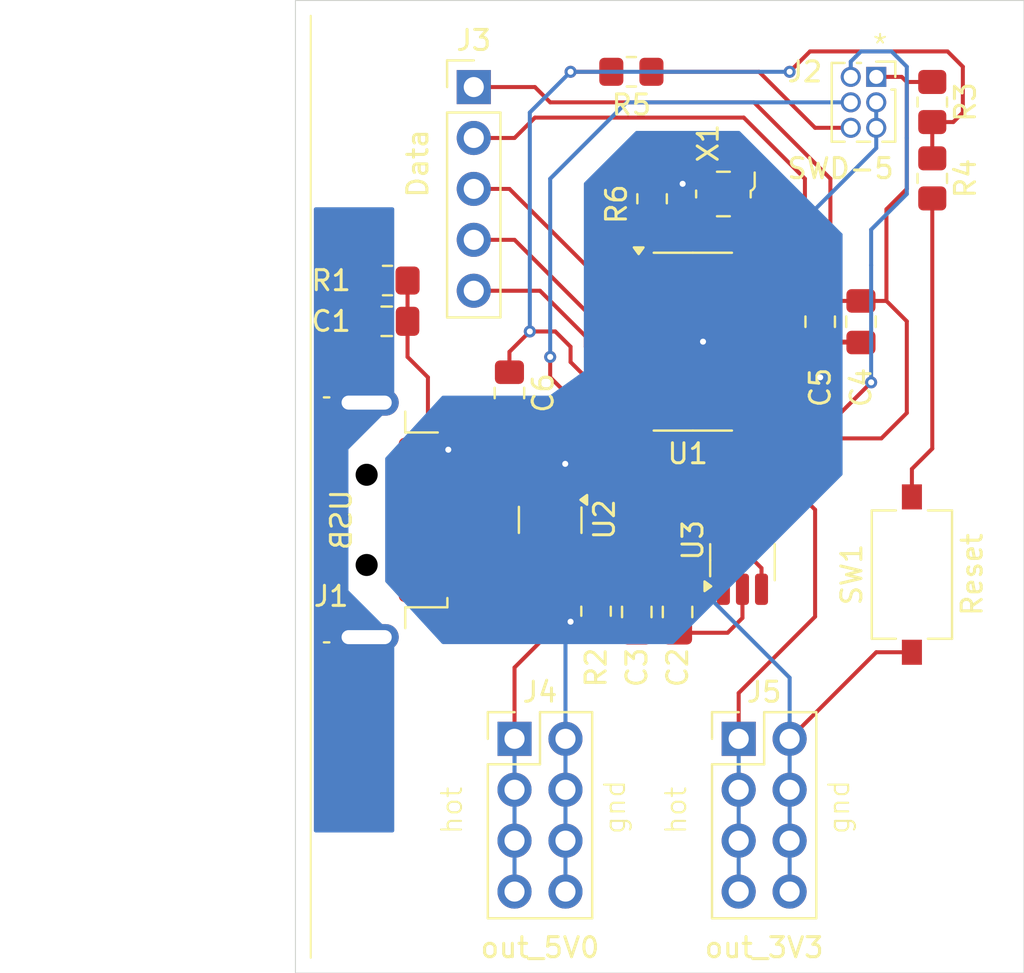
<source format=kicad_pcb>
(kicad_pcb (version 20240108) (generator "pcbnew") (generator_version "8.0")
  (layers (0 "F.Cu" signal) (31 "B.Cu" signal) (34 "B.Paste" user) (35 "F.Paste" user) (36 "B.SilkS" user "B.Silkscreen") (37 "F.SilkS" user "F.Silkscreen") (38 "B.Mask" user) (39 "F.Mask" user) (44 "Edge.Cuts" user))
  (net 0 "")
  (net 1 "/Shield")
  (net 2 "GND")
  (net 3 "5V0")
  (net 4 "3V3")
  (net 5 "/RST")
  (net 6 "Net-(R4-Pad2)")
  (net 7 "Net-(J2-Pin_6)")
  (net 9 "/USB-M")
  (net 10 "/USB-P")
  (net 11 "Net-(J3-Pin_1)")
  (net 12 "Net-(J3-Pin_5)")
  (net 13 "Net-(J3-Pin_2)")
  (net 14 "/SWCLK")
  (net 15 "Net-(J3-Pin_4)")
  (net 16 "/SWDIO")
  (net 17 "/CLK")
  (net 18 "Net-(J3-Pin_3)")
  (net 19 "/CLK-EN")
  (footprint "Resistor_SMD:R_0805_2012Metric_Pad1.20x1.40mm_HandSolder" (layer "F.Cu") (at 99.552 60.96 180)
    (property "Reference" "R5" (at 0 -1.65 180) (layer "F.SilkS"))
    (property "Value" "39")
    (fp_line (start -0.227064 0.735) (end 0.227064 0.735) (stroke (width 0.12)) (layer "F.SilkS"))
    (fp_line (start -0.227064 -0.735) (end 0.227064 -0.735) (stroke (width 0.12)) (layer "F.SilkS"))
    (pad "1" smd roundrect (at -1 0 180) (size 1.2 1.4) (layers "F.Cu" "F.Paste" "F.Mask") (roundrect_rratio 0.208333) (net 7 "Net-(J2-Pin_6)"))
    (pad "2" smd roundrect (at 1 0 180) (size 1.2 1.4) (layers "F.Cu" "F.Paste" "F.Mask") (roundrect_rratio 0.208333) (net 5 "/RST"))
  )
  (footprint "Connector_USB:USB_A_Molex_48037-2200_Horizontal" (layer "F.Cu") (at 77.978 83.312 180)
    (property "Reference" "J1" (at -6.604 -3.81 180) (layer "F.SilkS"))
    (property "Value" "USB_A")
    (fp_line (start -6.515 6.11) (end -6.245 6.11) (stroke (width 0.12)) (layer "F.SilkS"))
    (fp_line (start -6.515 -6.11) (end -6.245 -6.11) (stroke (width 0.12)) (layer "F.SilkS"))
    (fp_line (start -10.3 4.36) (end -10.3 5.4) (stroke (width 0.12)) (layer "F.SilkS"))
    (fp_line (start -10.3 -5.4) (end -10.3 -4.36) (stroke (width 0.12)) (layer "F.SilkS"))
    (fp_line (start -11.92 4.36) (end -10.3 4.36) (stroke (width 0.12)) (layer "F.SilkS"))
    (fp_line (start -12.4 -4.36) (end -10.3 -4.36) (stroke (width 0.12)) (layer "F.SilkS"))
    (fp_line (start -12.4 -4.36) (end -12.4 -3.9) (stroke (width 0.12)) (layer "F.SilkS"))
    (pad "" np_thru_hole circle (at -8.375 -2.25 180) (size 1.1 1.1) (drill 1.1) (layers "*.Mask"))
    (pad "" np_thru_hole circle (at -8.375 2.25 180) (size 1.1 1.1) (drill 1.1) (layers "*.Mask"))
    (pad "1" smd roundrect (at -10.975 -3.5 180) (size 2 1.2) (layers "F.Cu" "F.Paste" "F.Mask") (net 3 "5V0"))
    (pad "2" smd roundrect (at -10.975 -1 180) (size 2 1.2) (layers "F.Cu" "F.Paste" "F.Mask") (net 9 "/USB-M"))
    (pad "3" smd roundrect (at -10.975 1 180) (size 2 1.2) (layers "F.Cu" "F.Paste" "F.Mask") (net 10 "/USB-P"))
    (pad "4" smd roundrect (at -10.975 3.5 180) (size 2 1.2) (layers "F.Cu" "F.Paste" "F.Mask") (net 2 "GND"))
    (pad "5" thru_hole oval (at -8.375 -5.85 180) (size 3.2 1.3) (drill oval 2.5 0.7) (layers "*.Cu" "*.Mask") (net 1 "/Shield"))
    (pad "5" thru_hole oval (at -8.375 5.85 180) (size 3.2 1.3) (drill oval 2.5 0.7) (layers "*.Cu" "*.Mask") (net 1 "/Shield"))
  )
  (footprint "Connector_PinHeader_2.54mm:PinHeader_2x04_P2.54mm_Vertical" (layer "F.Cu") (at 93.726 94.234)
    (property "Reference" "J4" (at 1.27 -2.33 0) (layer "F.SilkS"))
    (property "Value" "out_5V0" (at 1.27 10.414 0) (layer "F.SilkS"))
    (fp_line (start -1.33 -1.33) (end 0 -1.33) (stroke (width 0.12)) (layer "F.SilkS"))
    (fp_line (start -1.33 0) (end -1.33 -1.33) (stroke (width 0.12)) (layer "F.SilkS"))
    (fp_line (start -1.33 1.27) (end -1.33 8.95) (stroke (width 0.12)) (layer "F.SilkS"))
    (fp_line (start -1.33 1.27) (end 1.27 1.27) (stroke (width 0.12)) (layer "F.SilkS"))
    (fp_line (start -1.33 8.95) (end 3.87 8.95) (stroke (width 0.12)) (layer "F.SilkS"))
    (fp_line (start 1.27 -1.33) (end 3.87 -1.33) (stroke (width 0.12)) (layer "F.SilkS"))
    (fp_line (start 1.27 1.27) (end 1.27 -1.33) (stroke (width 0.12)) (layer "F.SilkS"))
    (fp_line (start 3.87 -1.33) (end 3.87 8.95) (stroke (width 0.12)) (layer "F.SilkS"))
    (pad "1" thru_hole rect (at 0 0) (size 1.7 1.7) (drill 1) (layers "*.Cu" "*.Mask") (net 3 "5V0"))
    (pad "2" thru_hole oval (at 2.54 0) (size 1.7 1.7) (drill 1) (layers "*.Cu" "*.Mask") (net 2 "GND"))
    (pad "3" thru_hole oval (at 0 2.54) (size 1.7 1.7) (drill 1) (layers "*.Cu" "*.Mask") (net 3 "5V0"))
    (pad "4" thru_hole oval (at 2.54 2.54) (size 1.7 1.7) (drill 1) (layers "*.Cu" "*.Mask") (net 2 "GND"))
    (pad "5" thru_hole oval (at 0 5.08) (size 1.7 1.7) (drill 1) (layers "*.Cu" "*.Mask") (net 3 "5V0"))
    (pad "6" thru_hole oval (at 2.54 5.08) (size 1.7 1.7) (drill 1) (layers "*.Cu" "*.Mask") (net 2 "GND"))
    (pad "7" thru_hole oval (at 0 7.62) (size 1.7 1.7) (drill 1) (layers "*.Cu" "*.Mask") (net 3 "5V0"))
    (pad "8" thru_hole oval (at 2.54 7.62) (size 1.7 1.7) (drill 1) (layers "*.Cu" "*.Mask") (net 2 "GND"))
  )
  (footprint "Capacitor_SMD:C_0805_2012Metric_Pad1.18x1.45mm_HandSolder" (layer "F.Cu") (at 99.822 87.9055 -90)
    (property "Reference" "C3" (at 2.7725 0 90) (layer "F.SilkS"))
    (property "Value" "4.7u")
    (fp_line (start -0.261252 0.735) (end 0.261252 0.735) (stroke (width 0.12)) (layer "F.SilkS"))
    (fp_line (start -0.261252 -0.735) (end 0.261252 -0.735) (stroke (width 0.12)) (layer "F.SilkS"))
    (pad "1" smd roundrect (at -1.0375 0 270) (size 1.175 1.45) (layers "F.Cu" "F.Paste" "F.Mask") (roundrect_rratio 0.212766) (net 3 "5V0"))
    (pad "2" smd roundrect (at 1.0375 0 270) (size 1.175 1.45) (layers "F.Cu" "F.Paste" "F.Mask") (roundrect_rratio 0.212766) (net 2 "GND"))
  )
  (footprint "Resistor_SMD:R_0805_2012Metric_Pad1.20x1.40mm_HandSolder" (layer "F.Cu") (at 87.392 71.374)
    (property "Reference" "R1" (at -2.81 0 0) (layer "F.SilkS"))
    (property "Value" "1M")
    (fp_line (start -0.227064 -0.735) (end 0.227064 -0.735) (stroke (width 0.12)) (layer "F.SilkS"))
    (fp_line (start -0.227064 0.735) (end 0.227064 0.735) (stroke (width 0.12)) (layer "F.SilkS"))
    (pad "1" smd roundrect (at -1 0) (size 1.2 1.4) (layers "F.Cu" "F.Paste" "F.Mask") (roundrect_rratio 0.208333) (net 1 "/Shield"))
    (pad "2" smd roundrect (at 1 0) (size 1.2 1.4) (layers "F.Cu" "F.Paste" "F.Mask") (roundrect_rratio 0.208333) (net 2 "GND"))
  )
  (footprint "Button_Switch_SMD:SW_Tactile_SPST_NO_Straight_CK_PTS636Sx25SMTRLFS" (layer "F.Cu") (at 113.538 86.041 90)
    (property "Reference" "SW1" (at 0 -3 90) (layer "F.SilkS"))
    (property "Value" "Reset" (at 0 3 90) (layer "F.SilkS"))
    (fp_line (start 3.2 -2) (end -3.2 -2) (stroke (width 0.12)) (layer "F.SilkS"))
    (fp_line (start -3.2 -2) (end -3.2 -0.8) (stroke (width 0.12)) (layer "F.SilkS"))
    (fp_line (start 3.2 -0.8) (end 3.2 -2) (stroke (width 0.12)) (layer "F.SilkS"))
    (fp_line (start -3.2 0.8) (end -3.2 2) (stroke (width 0.12)) (layer "F.SilkS"))
    (fp_line (start 3.2 2) (end 3.2 0.8) (stroke (width 0.12)) (layer "F.SilkS"))
    (fp_line (start -3.2 2) (end 3.2 2) (stroke (width 0.12)) (layer "F.SilkS"))
    (pad "1" smd rect (at -3.875 0 90) (size 1.25 1) (layers "F.Cu" "F.Paste" "F.Mask") (net 2 "GND"))
    (pad "2" smd rect (at 3.875 0 90) (size 1.25 1) (layers "F.Cu" "F.Paste" "F.Mask") (net 6 "Net-(R4-Pad2)"))
  )
  (footprint "Capacitor_SMD:C_0805_2012Metric_Pad1.18x1.45mm_HandSolder" (layer "F.Cu") (at 110.998 73.4275 -90)
    (property "Reference" "C4" (at 3.2805 0 90) (layer "F.SilkS"))
    (property "Value" "4.7u")
    (fp_line (start -0.261252 0.735) (end 0.261252 0.735) (stroke (width 0.12)) (layer "F.SilkS"))
    (fp_line (start -0.261252 -0.735) (end 0.261252 -0.735) (stroke (width 0.12)) (layer "F.SilkS"))
    (pad "1" smd roundrect (at -1.0375 0 270) (size 1.175 1.45) (layers "F.Cu" "F.Paste" "F.Mask") (roundrect_rratio 0.212766) (net 4 "3V3"))
    (pad "2" smd roundrect (at 1.0375 0 270) (size 1.175 1.45) (layers "F.Cu" "F.Paste" "F.Mask") (roundrect_rratio 0.212766) (net 2 "GND"))
  )
  (footprint "Connector_PinHeader_2.54mm:PinHeader_1x05_P2.54mm_Vertical" (layer "F.Cu") (at 91.694 61.722)
    (property "Reference" "J3" (at 0 -2.33 360) (layer "F.SilkS"))
    (property "Value" "Data" (at -2.794 3.81 90) (layer "F.SilkS"))
    (fp_line (start -1.33 -1.33) (end 0 -1.33) (stroke (width 0.12)) (layer "F.SilkS"))
    (fp_line (start -1.33 0) (end -1.33 -1.33) (stroke (width 0.12)) (layer "F.SilkS"))
    (fp_line (start -1.33 1.27) (end -1.33 11.49) (stroke (width 0.12)) (layer "F.SilkS"))
    (fp_line (start -1.33 1.27) (end 1.33 1.27) (stroke (width 0.12)) (layer "F.SilkS"))
    (fp_line (start -1.33 11.49) (end 1.33 11.49) (stroke (width 0.12)) (layer "F.SilkS"))
    (fp_line (start 1.33 1.27) (end 1.33 11.49) (stroke (width 0.12)) (layer "F.SilkS"))
    (pad "1" thru_hole rect (at 0 0) (size 1.7 1.7) (drill 1) (layers "*.Cu" "*.Mask") (net 11 "Net-(J3-Pin_1)"))
    (pad "2" thru_hole oval (at 0 2.54) (size 1.7 1.7) (drill 1) (layers "*.Cu" "*.Mask") (net 13 "Net-(J3-Pin_2)"))
    (pad "3" thru_hole oval (at 0 5.08) (size 1.7 1.7) (drill 1) (layers "*.Cu" "*.Mask") (net 18 "Net-(J3-Pin_3)"))
    (pad "4" thru_hole oval (at 0 7.62) (size 1.7 1.7) (drill 1) (layers "*.Cu" "*.Mask") (net 15 "Net-(J3-Pin_4)"))
    (pad "5" thru_hole oval (at 0 10.16) (size 1.7 1.7) (drill 1) (layers "*.Cu" "*.Mask") (net 12 "Net-(J3-Pin_5)"))
  )
  (footprint "Resistor_SMD:R_0805_2012Metric_Pad1.20x1.40mm_HandSolder" (layer "F.Cu") (at 114.554 62.468 -90)
    (property "Reference" "R3" (at 0 -1.65 90) (layer "F.SilkS"))
    (property "Value" "100k")
    (fp_line (start -0.227064 0.735) (end 0.227064 0.735) (stroke (width 0.12)) (layer "F.SilkS"))
    (fp_line (start -0.227064 -0.735) (end 0.227064 -0.735) (stroke (width 0.12)) (layer "F.SilkS"))
    (pad "1" smd roundrect (at -1 0 270) (size 1.2 1.4) (layers "F.Cu" "F.Paste" "F.Mask") (roundrect_rratio 0.208333) (net 4 "3V3"))
    (pad "2" smd roundrect (at 1 0 270) (size 1.2 1.4) (layers "F.Cu" "F.Paste" "F.Mask") (roundrect_rratio 0.208333) (net 5 "/RST"))
  )
  (footprint "Package_TO_SOT_SMD:SOT-143_Handsoldering" (layer "F.Cu") (at 95.504 83.312 -90)
    (property "Reference" "U2" (at -0.02 -2.7 90) (layer "F.SilkS"))
    (property "Value" "PRTR5V0")
    (fp_line (start -0.65 1.56) (end 0.65 1.56) (stroke (width 0.12)) (layer "F.SilkS"))
    (fp_line (start 0.65 -1.56) (end -0.62 -1.56) (stroke (width 0.12)) (layer "F.SilkS"))
    (fp_poly (pts (xy -1 -1.51) (xy -1.24 -1.84) (xy -0.76 -1.84) (xy -1 -1.51)) (stroke (width 0.12)) (fill solid) (layer "F.SilkS"))
    (pad "1" smd roundrect (at -1.5 -0.75 270) (size 1.7 1) (layers "F.Cu" "F.Paste" "F.Mask") (net 2 "GND"))
    (pad "2" smd roundrect (at -1.5 0.95 270) (size 1.7 0.6) (layers "F.Cu" "F.Paste" "F.Mask") (net 10 "/USB-P"))
    (pad "3" smd roundrect (at 1.5 0.95 270) (size 1.7 0.6) (layers "F.Cu" "F.Paste" "F.Mask") (net 9 "/USB-M"))
    (pad "4" smd roundrect (at 1.5 -0.95 270) (size 1.7 0.6) (layers "F.Cu" "F.Paste" "F.Mask") (net 3 "5V0"))
  )
  (footprint "Connector_PinSocket_1.27mm:PinSocket_2x03_P1.27mm_Vertical" (layer "F.Cu") (at 111.76 61.214)
    (property "Reference" "J2" (at -3.556 -0.254 0) (layer "F.SilkS"))
    (property "Value" "SWD-5" (at -1.778 4.572 0) (layer "F.SilkS"))
    (fp_line (start -2.22 -0.695) (end -2.22 3.235) (stroke (width 0.12)) (layer "F.SilkS"))
    (fp_line (start -2.22 -0.695) (end -1.57753 -0.695) (stroke (width 0.12)) (layer "F.SilkS"))
    (fp_line (start -2.22 3.235) (end -1.57753 3.235) (stroke (width 0.12)) (layer "F.SilkS"))
    (fp_line (start -0.96247 -0.695) (end -0.76 -0.695) (stroke (width 0.12)) (layer "F.SilkS"))
    (fp_line (start -0.96247 3.235) (end -0.30753 3.235) (stroke (width 0.12)) (layer "F.SilkS"))
    (fp_line (start 0 -0.76) (end 0.95 -0.76) (stroke (width 0.12)) (layer "F.SilkS"))
    (fp_line (start 0.30753 3.235) (end 0.95 3.235) (stroke (width 0.12)) (layer "F.SilkS"))
    (fp_line (start 0.76 0.635) (end 0.95 0.635) (stroke (width 0.12)) (layer "F.SilkS"))
    (fp_line (start 0.95 -0.76) (end 0.95 0) (stroke (width 0.12)) (layer "F.SilkS"))
    (fp_line (start 0.95 0.635) (end 0.95 3.235) (stroke (width 0.12)) (layer "F.SilkS"))
    (pad "1" thru_hole rect (at 0 0) (size 1 1) (drill 0.7) (layers "*.Cu" "*.Mask") (net 4 "3V3"))
    (pad "2" thru_hole oval (at -1.27 0) (size 1 1) (drill 0.7) (layers "*.Cu" "*.Mask") (net 16 "/SWDIO"))
    (pad "3" thru_hole oval (at 0 1.27) (size 1 1) (drill 0.7) (layers "*.Cu" "*.Mask") (net 2 "GND"))
    (pad "4" thru_hole oval (at -1.27 1.27) (size 1 1) (drill 0.7) (layers "*.Cu" "*.Mask") (net 14 "/SWCLK"))
    (pad "5" thru_hole oval (at 0 2.54) (size 1 1) (drill 0.7) (layers "*.Cu" "*.Mask") (net 2 "GND"))
    (pad "6" thru_hole oval (at -1.27 2.54) (size 1 1) (drill 0.7) (layers "*.Cu" "*.Mask") (net 7 "Net-(J2-Pin_6)"))
  )
  (footprint "Package_SO:SOIC-14_3.9x8.7mm_P1.27mm" (layer "F.Cu") (at 102.616 74.422)
    (property "Reference" "U1" (at -0.254 5.588 0) (layer "F.SilkS"))
    (property "Value" "ATSAMD11C14A-SS")
    (fp_line (start 0 -4.435) (end -1.95 -4.435) (stroke (width 0.12)) (layer "F.SilkS"))
    (fp_line (start 0 -4.435) (end 1.95 -4.435) (stroke (width 0.12)) (layer "F.SilkS"))
    (fp_line (start 0 4.435) (end -1.95 4.435) (stroke (width 0.12)) (layer "F.SilkS"))
    (fp_line (start 0 4.435) (end 1.95 4.435) (stroke (width 0.12)) (layer "F.SilkS"))
    (fp_poly (pts (xy -2.7 -4.37) (xy -2.94 -4.7) (xy -2.46 -4.7) (xy -2.7 -4.37)) (stroke (width 0.12)) (fill solid) (layer "F.SilkS"))
    (pad "1" smd roundrect (at -2.475 -3.81) (size 1.95 0.6) (layers "F.Cu" "F.Paste" "F.Mask") (net 18 "Net-(J3-Pin_3)"))
    (pad "2" smd roundrect (at -2.475 -2.54) (size 1.95 0.6) (layers "F.Cu" "F.Paste" "F.Mask") (net 17 "/CLK"))
    (pad "3" smd roundrect (at -2.475 -1.27) (size 1.95 0.6) (layers "F.Cu" "F.Paste" "F.Mask") (net 19 "/CLK-EN"))
    (pad "4" smd roundrect (at -2.475 0) (size 1.95 0.6) (layers "F.Cu" "F.Paste" "F.Mask") (net 15 "Net-(J3-Pin_4)"))
    (pad "5" smd roundrect (at -2.475 1.27) (size 1.95 0.6) (layers "F.Cu" "F.Paste" "F.Mask") (net 12 "Net-(J3-Pin_5)"))
    (pad "6" smd roundrect (at -2.475 2.54) (size 1.95 0.6) (layers "F.Cu" "F.Paste" "F.Mask") (net 5 "/RST"))
    (pad "7" smd roundrect (at -2.475 3.81) (size 1.95 0.6) (layers "F.Cu" "F.Paste" "F.Mask") (net 14 "/SWCLK"))
    (pad "8" smd roundrect (at 2.475 3.81) (size 1.95 0.6) (layers "F.Cu" "F.Paste" "F.Mask") (net 16 "/SWDIO"))
    (pad "9" smd roundrect (at 2.475 2.54) (size 1.95 0.6) (layers "F.Cu" "F.Paste" "F.Mask") (net 9 "/USB-M"))
    (pad "10" smd roundrect (at 2.475 1.27) (size 1.95 0.6) (layers "F.Cu" "F.Paste" "F.Mask") (net 10 "/USB-P"))
    (pad "11" smd roundrect (at 2.475 0) (size 1.95 0.6) (layers "F.Cu" "F.Paste" "F.Mask") (net 2 "GND"))
    (pad "12" smd roundrect (at 2.475 -1.27) (size 1.95 0.6) (layers "F.Cu" "F.Paste" "F.Mask") (net 4 "3V3"))
    (pad "13" smd roundrect (at 2.475 -2.54) (size 1.95 0.6) (layers "F.Cu" "F.Paste" "F.Mask") (net 11 "Net-(J3-Pin_1)"))
    (pad "14" smd roundrect (at 2.475 -3.81) (size 1.95 0.6) (layers "F.Cu" "F.Paste" "F.Mask") (net 13 "Net-(J3-Pin_2)"))
  )
  (footprint "Capacitor_SMD:C_0805_2012Metric_Pad1.18x1.45mm_HandSolder" (layer "F.Cu") (at 101.854 87.9055 -90)
    (property "Reference" "C2" (at 2.7725 0 90) (layer "F.SilkS"))
    (property "Value" "100n")
    (fp_line (start -0.261252 0.735) (end 0.261252 0.735) (stroke (width 0.12)) (layer "F.SilkS"))
    (fp_line (start -0.261252 -0.735) (end 0.261252 -0.735) (stroke (width 0.12)) (layer "F.SilkS"))
    (pad "1" smd roundrect (at -1.0375 0 270) (size 1.175 1.45) (layers "F.Cu" "F.Paste" "F.Mask") (roundrect_rratio 0.212766) (net 3 "5V0"))
    (pad "2" smd roundrect (at 1.0375 0 270) (size 1.175 1.45) (layers "F.Cu" "F.Paste" "F.Mask") (roundrect_rratio 0.212766) (net 2 "GND"))
  )
  (footprint "Oscillator:Oscillator_SMD_ECS_2520MV-xxx-xx-4Pin_2.5x2.0mm" (layer "F.Cu") (at 104.14 67.056 -90)
    (property "Reference" "X1" (at -2.54 0.762 90) (layer "F.SilkS"))
    (property "Value" "ECS-2520MV-xxx-xx")
    (fp_line (start -0.17 1.36) (end 0.17 1.36) (stroke (width 0.12)) (layer "F.SilkS"))
    (fp_line (start -1.11 0.32) (end -1.11 -0.32) (stroke (width 0.12)) (layer "F.SilkS"))
    (fp_line (start 1.11 0.32) (end 1.11 -0.32) (stroke (width 0.12)) (layer "F.SilkS"))
    (fp_line (start -0.16 -1.36) (end 0.17 -1.36) (stroke (width 0.12)) (layer "F.SilkS"))
    (fp_line (start -0.38 -1.56) (end -1.07 -1.56) (stroke (width 0.12)) (layer "F.SilkS"))
    (fp_arc (start -0.38 -1.56) (mid -0.246393 -1.485967) (end -0.16 -1.36) (stroke (width 0.12)) (layer "F.SilkS"))
    (pad "1" smd roundrect (at -0.725 -0.925 270) (size 0.8 0.9) (layers "F.Cu" "F.Paste" "F.Mask") (net 19 "/CLK-EN"))
    (pad "2" smd roundrect (at -0.725 0.925 270) (size 0.8 0.9) (layers "F.Cu" "F.Paste" "F.Mask") (net 2 "GND"))
    (pad "3" smd roundrect (at 0.725 0.925 270) (size 0.8 0.9) (layers "F.Cu" "F.Paste" "F.Mask") (net 17 "/CLK"))
    (pad "4" smd roundrect (at 0.725 -0.925 270) (size 0.8 0.9) (layers "F.Cu" "F.Paste" "F.Mask") (net 4 "3V3"))
  )
  (footprint "Capacitor_SMD:C_0805_2012Metric_Pad1.18x1.45mm_HandSolder" (layer "F.Cu") (at 108.966 73.4275 -90)
    (property "Reference" "C5" (at 3.2805 0 90) (layer "F.SilkS"))
    (property "Value" "100n")
    (fp_line (start -0.261252 0.735) (end 0.261252 0.735) (stroke (width 0.12)) (layer "F.SilkS"))
    (fp_line (start -0.261252 -0.735) (end 0.261252 -0.735) (stroke (width 0.12)) (layer "F.SilkS"))
    (pad "1" smd roundrect (at -1.0375 0 270) (size 1.175 1.45) (layers "F.Cu" "F.Paste" "F.Mask") (roundrect_rratio 0.212766) (net 4 "3V3"))
    (pad "2" smd roundrect (at 1.0375 0 270) (size 1.175 1.45) (layers "F.Cu" "F.Paste" "F.Mask") (roundrect_rratio 0.212766) (net 2 "GND"))
  )
  (footprint "Resistor_SMD:R_0805_2012Metric_Pad1.20x1.40mm_HandSolder" (layer "F.Cu") (at 114.554 66.278 -90)
    (property "Reference" "R4" (at 0 -1.65 90) (layer "F.SilkS"))
    (property "Value" "39")
    (fp_line (start -0.227064 0.735) (end 0.227064 0.735) (stroke (width 0.12)) (layer "F.SilkS"))
    (fp_line (start -0.227064 -0.735) (end 0.227064 -0.735) (stroke (width 0.12)) (layer "F.SilkS"))
    (pad "1" smd roundrect (at -1 0 270) (size 1.2 1.4) (layers "F.Cu" "F.Paste" "F.Mask") (roundrect_rratio 0.208333) (net 5 "/RST"))
    (pad "2" smd roundrect (at 1 0 270) (size 1.2 1.4) (layers "F.Cu" "F.Paste" "F.Mask") (roundrect_rratio 0.208333) (net 6 "Net-(R4-Pad2)"))
  )
  (footprint "Capacitor_SMD:C_0805_2012Metric_Pad1.18x1.45mm_HandSolder" (layer "F.Cu") (at 93.472 76.9835 -90)
    (property "Reference" "C6" (at 0 -1.68 90) (layer "F.SilkS"))
    (property "Value" "4.7n")
    (fp_line (start -0.261252 0.735) (end 0.261252 0.735) (stroke (width 0.12)) (layer "F.SilkS"))
    (fp_line (start -0.261252 -0.735) (end 0.261252 -0.735) (stroke (width 0.12)) (layer "F.SilkS"))
    (pad "1" smd roundrect (at -1.0375 0 270) (size 1.175 1.45) (layers "F.Cu" "F.Paste" "F.Mask") (roundrect_rratio 0.212766) (net 5 "/RST"))
    (pad "2" smd roundrect (at 1.0375 0 270) (size 1.175 1.45) (layers "F.Cu" "F.Paste" "F.Mask") (roundrect_rratio 0.212766) (net 2 "GND"))
  )
  (footprint "Package_TO_SOT_SMD:SOT-23-5_HandSoldering" (layer "F.Cu") (at 105.09 85.424 90)
    (property "Reference" "U3" (at 1.096 -2.474 270) (layer "F.SilkS"))
    (property "Value" "TLV73333/SOT-23")
    (fp_line (start 0.1 -1.61) (end 0.9 -1.61) (stroke (width 0.12)) (layer "F.SilkS"))
    (fp_line (start 0.1 -1.61) (end -0.7 -1.61) (stroke (width 0.12)) (layer "F.SilkS"))
    (fp_line (start -0.9 1.61) (end 0.9 1.61) (stroke (width 0.12)) (layer "F.SilkS"))
    (fp_poly (pts (xy -1.2 -1.56) (xy -1.44 -1.89) (xy -0.96 -1.89) (xy -1.2 -1.56)) (stroke (width 0.12)) (fill solid) (layer "F.SilkS"))
    (pad "1" smd roundrect (at -1.35 -0.95 90) (size 1.56 0.65) (layers "F.Cu" "F.Paste" "F.Mask") (net 3 "5V0"))
    (pad "2" smd roundrect (at -1.35 0 90) (size 1.56 0.65) (layers "F.Cu" "F.Paste" "F.Mask") (net 2 "GND"))
    (pad "3" smd roundrect (at -1.35 0.95 90) (size 1.56 0.65) (layers "F.Cu" "F.Paste" "F.Mask") (net 3 "5V0"))
    (pad "4" smd roundrect (at 1.35 0.95 90) (size 1.56 0.65) (layers "F.Cu" "F.Paste" "F.Mask"))
    (pad "5" smd roundrect (at 1.35 -0.95 90) (size 1.56 0.65) (layers "F.Cu" "F.Paste" "F.Mask") (net 4 "3V3"))
  )
  (footprint "Resistor_SMD:R_0805_2012Metric_Pad1.20x1.40mm_HandSolder" (layer "F.Cu") (at 97.79 87.868 -90)
    (property "Reference" "R2" (at 2.81 0 90) (layer "F.SilkS"))
    (property "Value" "1M")
    (fp_line (start -0.227064 0.735) (end 0.227064 0.735) (stroke (width 0.12)) (layer "F.SilkS"))
    (fp_line (start -0.227064 -0.735) (end 0.227064 -0.735) (stroke (width 0.12)) (layer "F.SilkS"))
    (pad "1" smd roundrect (at -1 0 270) (size 1.2 1.4) (layers "F.Cu" "F.Paste" "F.Mask") (roundrect_rratio 0.208333) (net 3 "5V0"))
    (pad "2" smd roundrect (at 1 0 270) (size 1.2 1.4) (layers "F.Cu" "F.Paste" "F.Mask") (roundrect_rratio 0.208333) (net 2 "GND"))
  )
  (footprint "Capacitor_SMD:C_0805_2012Metric_Pad1.18x1.45mm_HandSolder" (layer "F.Cu") (at 87.3545 73.406)
    (property "Reference" "C1" (at -2.7725 0 0) (layer "F.SilkS"))
    (property "Value" "4.7n")
    (fp_line (start -0.261252 -0.735) (end 0.261252 -0.735) (stroke (width 0.12)) (layer "F.SilkS"))
    (fp_line (start -0.261252 0.735) (end 0.261252 0.735) (stroke (width 0.12)) (layer "F.SilkS"))
    (pad "1" smd roundrect (at -1.0375 0) (size 1.175 1.45) (layers "F.Cu" "F.Paste" "F.Mask") (roundrect_rratio 0.212766) (net 1 "/Shield"))
    (pad "2" smd roundrect (at 1.0375 0) (size 1.175 1.45) (layers "F.Cu" "F.Paste" "F.Mask") (roundrect_rratio 0.212766) (net 2 "GND"))
  )
  (footprint "Resistor_SMD:R_0805_2012Metric_Pad1.20x1.40mm_HandSolder" (layer "F.Cu") (at 100.584 67.294 -90)
    (property "Reference" "R6" (at 0.27 1.778 90) (layer "F.SilkS"))
    (property "Value" "10k")
    (fp_line (start -0.227064 0.735) (end 0.227064 0.735) (stroke (width 0.12)) (layer "F.SilkS"))
    (fp_line (start -0.227064 -0.735) (end 0.227064 -0.735) (stroke (width 0.12)) (layer "F.SilkS"))
    (pad "1" smd roundrect (at -1 0 270) (size 1.2 1.4) (layers "F.Cu" "F.Paste" "F.Mask") (roundrect_rratio 0.208333) (net 19 "/CLK-EN"))
    (pad "2" smd roundrect (at 1 0 270) (size 1.2 1.4) (layers "F.Cu" "F.Paste" "F.Mask") (roundrect_rratio 0.208333) (net 2 "GND"))
  )
  (footprint "Connector_PinHeader_2.54mm:PinHeader_2x04_P2.54mm_Vertical" (layer "F.Cu") (at 104.902 94.234)
    (property "Reference" "J5" (at 1.27 -2.33 0) (layer "F.SilkS"))
    (property "Value" "out_3V3" (at 1.27 10.414 0) (layer "F.SilkS"))
    (fp_line (start -1.33 -1.33) (end 0 -1.33) (stroke (width 0.12)) (layer "F.SilkS"))
    (fp_line (start -1.33 0) (end -1.33 -1.33) (stroke (width 0.12)) (layer "F.SilkS"))
    (fp_line (start -1.33 1.27) (end -1.33 8.95) (stroke (width 0.12)) (layer "F.SilkS"))
    (fp_line (start -1.33 1.27) (end 1.27 1.27) (stroke (width 0.12)) (layer "F.SilkS"))
    (fp_line (start -1.33 8.95) (end 3.87 8.95) (stroke (width 0.12)) (layer "F.SilkS"))
    (fp_line (start 1.27 -1.33) (end 3.87 -1.33) (stroke (width 0.12)) (layer "F.SilkS"))
    (fp_line (start 1.27 1.27) (end 1.27 -1.33) (stroke (width 0.12)) (layer "F.SilkS"))
    (fp_line (start 3.87 -1.33) (end 3.87 8.95) (stroke (width 0.12)) (layer "F.SilkS"))
    (pad "1" thru_hole rect (at 0 0) (size 1.7 1.7) (drill 1) (layers "*.Cu" "*.Mask") (net 4 "3V3"))
    (pad "2" thru_hole oval (at 2.54 0) (size 1.7 1.7) (drill 1) (layers "*.Cu" "*.Mask") (net 2 "GND"))
    (pad "3" thru_hole oval (at 0 2.54) (size 1.7 1.7) (drill 1) (layers "*.Cu" "*.Mask") (net 4 "3V3"))
    (pad "4" thru_hole oval (at 2.54 2.54) (size 1.7 1.7) (drill 1) (layers "*.Cu" "*.Mask") (net 2 "GND"))
    (pad "5" thru_hole oval (at 0 5.08) (size 1.7 1.7) (drill 1) (layers "*.Cu" "*.Mask") (net 4 "3V3"))
    (pad "6" thru_hole oval (at 2.54 5.08) (size 1.7 1.7) (drill 1) (layers "*.Cu" "*.Mask") (net 2 "GND"))
    (pad "7" thru_hole oval (at 0 7.62) (size 1.7 1.7) (drill 1) (layers "*.Cu" "*.Mask") (net 4 "3V3"))
    (pad "8" thru_hole oval (at 2.54 7.62) (size 1.7 1.7) (drill 1) (layers "*.Cu" "*.Mask") (net 2 "GND"))
  )
  (footprint "Secoh:pad_single_005x03_in" (layer "B.Cu") (at 84.582 83.312 -90)
    (property "Reference" "J1A" (hide yes))
    (property "Value" "USB" (at 0 -0.508 90) (layer "F.SilkS") (effects (justify mirror)))
    (pad "1" smd roundrect (at 0 0 270) (size 9.144 1.27) (layers "B.Cu" "B.Paste" "B.Mask") (net 1 "/Shield"))
  )
  (gr_poly (pts (xy 83.82 67.818) (xy 87.63 67.818) (xy 87.63 77.47) (xy 85.344 79.756) (xy 85.344 86.868) (xy 87.63 89.154) (xy 87.63 98.806) (xy 83.82 98.806)) (stroke (width 0.2)) (fill solid) (layer "B.Cu") (net 1))
  (gr_poly (pts (xy 90.17 89.408) (xy 87.376 86.36) (xy 87.376 80.264) (xy 90.17 77.216) (xy 95.504 77.216) (xy 97.282 75.946) (xy 97.282 66.548) (xy 99.822 64.008) (xy 104.902 64.008) (xy 109.982 69.088) (xy 109.982 81.026) (xy 101.6 89.408)) (stroke (width 0.2)) (fill solid) (layer "B.Cu") (net 2))
  (gr_line (start 83.566 58.166) (end 83.566 105.156) (stroke (width 0.1)) (layer "F.SilkS"))
  (gr_rect (start 82.804 57.404) (end 119.126 105.918) (stroke (width 0.05)) (fill none) (layer "Edge.Cuts"))
  (gr_text "hot" (at 91.186 99.06 90) (layer "F.SilkS") (effects (font (size 1 1) (thickness 0.1)) (justify left bottom)))
  (gr_text "gnd" (at 110.49 99.06 90) (layer "F.SilkS") (effects (font (size 1 1) (thickness 0.1)) (justify left bottom)))
  (gr_text "gnd" (at 99.314 99.06 90) (layer "F.SilkS") (effects (font (size 1 1) (thickness 0.1)) (justify left bottom)))
  (gr_text "*" (at 111.506 60.198 0) (layer "F.SilkS") (effects (font (size 1 1) (thickness 0.1)) (justify left bottom)))
  (gr_text "hot" (at 102.362 99.06 90) (layer "F.SilkS") (effects (font (size 1 1) (thickness 0.1)) (justify left bottom)))
  (segment (start 86.353 77.462) (end 86.353 71.413) (width 0.2) (layer "F.Cu") (net 1))
  (segment (start 86.353 71.413) (end 86.392 71.374) (width 0.2) (layer "F.Cu") (net 1))
  (segment (start 104.351 88.943) (end 105.09 88.204) (width 0.2) (layer "F.Cu") (net 2))
  (segment (start 93.769 78.021) (end 95.56 79.812) (width 0.2) (layer "F.Cu") (net 2))
  (segment (start 97.758 88.868) (end 97.282 88.392) (width 0.2) (layer "F.Cu") (net 2))
  (segment (start 97.282 88.392) (end 96.52 88.392) (width 0.2) (layer "F.Cu") (net 2))
  (segment (start 105.091 74.422) (end 110.955 74.422) (width 0.2) (layer "F.Cu") (net 2))
  (segment (start 108.966 74.465) (end 111.549 74.465) (width 0.2) (layer "F.Cu") (net 2))
  (segment (start 102.325 66.331) (end 102.108 66.548) (width 0.2) (layer "F.Cu") (net 2))
  (segment (start 105.09 88.204) (end 105.09 86.774) (width 0.2) (layer "F.Cu") (net 2))
  (segment (start 101.092 79.756) (end 97.016 79.756) (width 0.2) (layer "F.Cu") (net 2))
  (segment (start 111.76 89.916) (end 107.442 94.234) (width 0.2) (layer "F.Cu") (net 2))
  (segment (start 89.408 79.357) (end 88.953 79.812) (width 0.2) (layer "F.Cu") (net 2))
  (segment (start 99.493 88.868) (end 97.79 88.868) (width 0.2) (layer "F.Cu") (net 2))
  (segment (start 88.392 75.184) (end 89.408 76.2) (width 0.2) (layer "F.Cu") (net 2))
  (segment (start 102.108 75.438) (end 102.108 78.74) (width 0.2) (layer "F.Cu") (net 2))
  (segment (start 97.016 79.756) (end 96.254 80.518) (width 0.2) (layer "F.Cu") (net 2))
  (segment (start 96.254 80.506) (end 96.254 80.518) (width 0.2) (layer "F.Cu") (net 2))
  (segment (start 113.538 89.916) (end 111.76 89.916) (width 0.2) (layer "F.Cu") (net 2))
  (segment (start 95.56 79.812) (end 96.254 80.506) (width 0.2) (layer "F.Cu") (net 2))
  (segment (start 108.966 76.2) (end 108.966 74.465) (width 0.2) (layer "F.Cu") (net 2))
  (segment (start 103.215 66.331) (end 102.325 66.331) (width 0.2) (layer "F.Cu") (net 2))
  (segment (start 97.79 88.868) (end 97.758 88.868) (width 0.2) (layer "F.Cu") (net 2))
  (segment (start 99.822 88.943) (end 99.568 88.943) (width 0.2) (layer "F.Cu") (net 2))
  (segment (start 101.854 66.802) (end 101.854 67.564) (width 0.2) (layer "F.Cu") (net 2))
  (segment (start 101.854 67.564) (end 101.124 68.294) (width 0.2) (layer "F.Cu") (net 2))
  (segment (start 103.124 74.422) (end 102.108 75.438) (width 0.2) (layer "F.Cu") (net 2))
  (segment (start 110.955 74.422) (end 110.998 74.465) (width 0.2) (layer "F.Cu") (net 2))
  (segment (start 99.314 88.943) (end 104.351 88.943) (width 0.2) (layer "F.Cu") (net 2))
  (segment (start 103.178 66.294) (end 103.215 66.331) (width 0.2) (layer "F.Cu") (net 2))
  (segment (start 96.254 80.506) (end 96.254 81.812) (width 0.2) (layer "F.Cu") (net 2))
  (segment (start 93.472 78.021) (end 93.769 78.021) (width 0.2) (layer "F.Cu") (net 2))
  (segment (start 102.108 78.74) (end 101.092 79.756) (width 0.2) (layer "F.Cu") (net 2))
  (segment (start 88.392 71.374) (end 88.392 75.184) (width 0.2) (layer "F.Cu") (net 2))
  (segment (start 99.568 88.943) (end 99.493 88.868) (width 0.2) (layer "F.Cu") (net 2))
  (segment (start 89.408 76.2) (end 89.408 79.357) (width 0.2) (layer "F.Cu") (net 2))
  (segment (start 88.953 79.812) (end 95.56 79.812) (width 0.2) (layer "F.Cu") (net 2))
  (segment (start 103.124 74.422) (end 105.091 74.422) (width 0.2) (layer "F.Cu") (net 2))
  (segment (start 101.124 68.294) (end 100.584 68.294) (width 0.2) (layer "F.Cu") (net 2))
  (segment (start 102.108 66.548) (end 101.854 66.802) (width 0.2) (layer "F.Cu") (net 2))
  (via (at 103.124 74.422) (size 0.6) (drill 0.3) (layers "F.Cu" "B.Cu") (net 2))
  (via (at 96.52 88.392) (size 0.6) (drill 0.3) (layers "F.Cu" "B.Cu") (net 2))
  (via (at 108.966 76.2) (size 0.6) (drill 0.3) (layers "F.Cu" "B.Cu") (net 2))
  (via (at 90.424 79.812) (size 0.6) (drill 0.3) (layers "F.Cu" "B.Cu") (net 2))
  (via (at 96.254 80.518) (size 0.6) (drill 0.3) (layers "F.Cu" "B.Cu") (net 2))
  (via (at 102.108 66.548) (size 0.6) (drill 0.3) (layers "F.Cu" "B.Cu") (net 2))
  (segment (start 107.442 94.234) (end 107.442 91.186) (width 0.2) (layer "B.Cu") (net 2))
  (segment (start 107.442 96.774) (end 107.442 94.234) (width 0.2) (layer "B.Cu") (net 2))
  (segment (start 96.266 96.774) (end 96.266 94.234) (width 0.2) (layer "B.Cu") (net 2))
  (segment (start 96.266 79.248) (end 96.266 94.234) (width 0.2) (layer "B.Cu") (net 2))
  (segment (start 111.76 62.484) (end 111.76 63.754) (width 0.2) (layer "B.Cu") (net 2))
  (segment (start 111.76 63.754) (end 111.76 64.77) (width 0.2) (layer "B.Cu") (net 2))
  (segment (start 107.442 91.186) (end 98.679 82.423) (width 0.2) (layer "B.Cu") (net 2))
  (segment (start 96.266 101.854) (end 96.266 99.314) (width 0.2) (layer "B.Cu") (net 2))
  (segment (start 107.442 101.854) (end 107.442 99.314) (width 0.2) (layer "B.Cu") (net 2))
  (segment (start 107.442 99.314) (end 107.442 96.774) (width 0.2) (layer "B.Cu") (net 2))
  (segment (start 111.76 64.77) (end 99.822 76.708) (width 0.2) (layer "B.Cu") (net 2))
  (segment (start 96.266 99.314) (end 96.266 96.774) (width 0.2) (layer "B.Cu") (net 2))
  (segment (start 106.04 86.774) (end 106.04 85.72) (width 0.2) (layer "F.Cu") (net 3))
  (segment (start 93.726 94.234) (end 93.726 90.678) (width 0.2) (layer "F.Cu") (net 3))
  (segment (start 95.56 86.812) (end 96.454 85.918) (width 0.2) (layer "F.Cu") (net 3))
  (segment (start 104.14 86.774) (end 101.44 86.774) (width 0.2) (layer "F.Cu") (net 3))
  (segment (start 104.648 85.344) (end 104.14 85.852) (width 0.2) (layer "F.Cu") (net 3))
  (segment (start 106.04 85.72) (end 105.664 85.344) (width 0.2) (layer "F.Cu") (net 3))
  (segment (start 95.56 88.844) (end 95.56 86.812) (width 0.2) (layer "F.Cu") (net 3))
  (segment (start 96.454 85.918) (end 96.454 86.04) (width 0.2) (layer "F.Cu") (net 3))
  (segment (start 101.44 86.774) (end 101.346 86.868) (width 0.2) (layer "F.Cu") (net 3))
  (segment (start 93.726 90.678) (end 95.56 88.844) (width 0.2) (layer "F.Cu") (net 3))
  (segment (start 99.314 86.868) (end 101.346 86.868) (width 0.2) (layer "F.Cu") (net 3))
  (segment (start 104.14 85.852) (end 104.14 86.774) (width 0.2) (layer "F.Cu") (net 3))
  (segment (start 105.664 85.344) (end 104.648 85.344) (width 0.2) (layer "F.Cu") (net 3))
  (segment (start 97.282 86.868) (end 99.314 86.868) (width 0.2) (layer "F.Cu") (net 3))
  (segment (start 96.454 85.918) (end 96.454 84.812) (width 0.2) (layer "F.Cu") (net 3))
  (segment (start 88.953 86.812) (end 95.56 86.812) (width 0.2) (layer "F.Cu") (net 3))
  (segment (start 96.454 86.04) (end 97.282 86.868) (width 0.2) (layer "F.Cu") (net 3))
  (segment (start 93.726 99.314) (end 93.726 96.774) (width 0.2) (layer "B.Cu") (net 3))
  (segment (start 93.726 96.774) (end 93.726 94.234) (width 0.2) (layer "B.Cu") (net 3))
  (segment (start 93.726 101.854) (end 93.726 99.314) (width 0.2) (layer "B.Cu") (net 3))
  (segment (start 104.14 73.152) (end 105.091 73.152) (width 0.2) (layer "F.Cu") (net 4))
  (segment (start 104.14 84.074) (end 104.14 83.058) (width 0.2) (layer "F.Cu") (net 4))
  (segment (start 113.284 61.468) (end 114.554 61.468) (width 0.2) (layer "F.Cu") (net 4))
  (segment (start 106.68 73.152) (end 107.442 72.39) (width 0.2) (layer "F.Cu") (net 4))
  (segment (start 104.902 94.234) (end 104.902 91.948) (width 0.2) (layer "F.Cu") (net 4))
  (segment (start 105.065 67.781) (end 105.065 68.417) (width 0.2) (layer "F.Cu") (net 4))
  (segment (start 112.268 67.818) (end 113.284 66.802) (width 0.2) (layer "F.Cu") (net 4))
  (segment (start 103.378 72.39) (end 104.14 73.152) (width 0.2) (layer "F.Cu") (net 4))
  (segment (start 112.268 72.39) (end 112.268 67.818) (width 0.2) (layer "F.Cu") (net 4))
  (segment (start 103.378 70.104) (end 103.378 72.39) (width 0.2) (layer "F.Cu") (net 4))
  (segment (start 113.03 61.214) (end 113.284 61.468) (width 0.2) (layer "F.Cu") (net 4))
  (segment (start 106.553 80.645) (end 107.95 79.248) (width 0.2) (layer "F.Cu") (net 4))
  (segment (start 105.065 68.417) (end 103.378 70.104) (width 0.2) (layer "F.Cu") (net 4))
  (segment (start 112.014 79.248) (end 113.284 77.978) (width 0.2) (layer "F.Cu") (net 4))
  (segment (start 112.268 72.39) (end 110.998 72.39) (width 0.2) (layer "F.Cu") (net 4))
  (segment (start 113.284 66.802) (end 113.284 61.468) (width 0.2) (layer "F.Cu") (net 4))
  (segment (start 107.442 72.39) (end 110.998 72.39) (width 0.2) (layer "F.Cu") (net 4))
  (segment (start 107.95 79.248) (end 112.014 79.248) (width 0.2) (layer "F.Cu") (net 4))
  (segment (start 111.76 61.214) (end 113.03 61.214) (width 0.2) (layer "F.Cu") (net 4))
  (segment (start 105.091 73.152) (end 106.68 73.152) (width 0.2) (layer "F.Cu") (net 4))
  (segment (start 108.712 88.138) (end 108.712 82.804) (width 0.2) (layer "F.Cu") (net 4))
  (segment (start 113.284 73.406) (end 112.268 72.39) (width 0.2) (layer "F.Cu") (net 4))
  (segment (start 108.712 82.804) (end 106.553 80.645) (width 0.2) (layer "F.Cu") (net 4))
  (segment (start 113.284 77.978) (end 113.284 73.406) (width 0.2) (layer "F.Cu") (net 4))
  (segment (start 104.902 91.948) (end 108.712 88.138) (width 0.2) (layer "F.Cu") (net 4))
  (segment (start 104.14 83.058) (end 106.553 80.645) (width 0.2) (layer "F.Cu") (net 4))
  (segment (start 104.902 96.774) (end 104.902 94.234) (width 0.2) (layer "B.Cu") (net 4))
  (segment (start 104.902 101.854) (end 104.902 99.314) (width 0.2) (layer "B.Cu") (net 4))
  (segment (start 104.902 99.314) (end 104.902 96.774) (width 0.2) (layer "B.Cu") (net 4))
  (segment (start 95.758 73.914) (end 96.52 74.676) (width 0.2) (layer "F.Cu") (net 5))
  (segment (start 116.078 60.706) (end 116.078 62.992) (width 0.2) (layer "F.Cu") (net 5))
  (segment (start 94.488 73.914) (end 95.758 73.914) (width 0.2) (layer "F.Cu") (net 5))
  (segment (start 115.602 63.468) (end 114.554 63.468) (width 0.2) (layer "F.Cu") (net 5))
  (segment (start 96.52 60.96) (end 98.552 60.96) (width 0.2) (layer "F.Cu") (net 5))
  (segment (start 107.442 60.96) (end 108.458 59.944) (width 0.2) (layer "F.Cu") (net 5))
  (segment (start 96.52 75.438) (end 96.52 74.676) (width 0.2) (layer "F.Cu") (net 5))
  (segment (start 94.488 73.914) (end 93.472 74.93) (width 0.2) (layer "F.Cu") (net 5))
  (segment (start 116.078 62.992) (end 115.602 63.468) (width 0.2) (layer "F.Cu") (net 5))
  (segment (start 100.141 76.962) (end 98.044 76.962) (width 0.2) (layer "F.Cu") (net 5))
  (segment (start 93.472 74.93) (end 93.472 75.946) (width 0.2) (layer "F.Cu") (net 5))
  (segment (start 114.554 63.468) (end 114.554 65.278) (width 0.2) (layer "F.Cu") (net 5))
  (segment (start 98.044 76.962) (end 96.52 75.438) (width 0.2) (layer "F.Cu") (net 5))
  (segment (start 108.458 59.944) (end 115.316 59.944) (width 0.2) (layer "F.Cu") (net 5))
  (segment (start 115.316 59.944) (end 116.078 60.706) (width 0.2) (layer "F.Cu") (net 5))
  (via (at 96.52 60.96) (size 0.6) (drill 0.3) (layers "F.Cu" "B.Cu") (net 5))
  (via (at 107.442 60.96) (size 0.6) (drill 0.3) (layers "F.Cu" "B.Cu") (net 5))
  (via (at 94.488 73.914) (size 0.6) (drill 0.3) (layers "F.Cu" "B.Cu") (net 5))
  (segment (start 96.52 60.96) (end 107.442 60.96) (width 0.2) (layer "B.Cu") (net 5))
  (segment (start 94.488 62.992) (end 94.488 73.914) (width 0.2) (layer "B.Cu") (net 5))
  (segment (start 96.52 60.96) (end 94.488 62.992) (width 0.2) (layer "B.Cu") (net 5))
  (segment (start 113.538 80.772) (end 114.554 79.756) (width 0.2) (layer "F.Cu") (net 6))
  (segment (start 114.554 79.756) (end 114.554 67.278) (width 0.2) (layer "F.Cu") (net 6))
  (segment (start 113.538 82.166) (end 113.538 80.772) (width 0.2) (layer "F.Cu") (net 6))
  (segment (start 108.712 63.754) (end 110.49 63.754) (width 0.2) (layer "F.Cu") (net 7))
  (segment (start 105.918 60.96) (end 108.712 63.754) (width 0.2) (layer "F.Cu") (net 7))
  (segment (start 100.552 60.96) (end 105.918 60.96) (width 0.2) (layer "F.Cu") (net 7))
  (segment (start 89.424 84.312) (end 88.953 84.312) (width 0.2) (layer "F.Cu") (net 9))
  (segment (start 104.394 76.962) (end 104.013 76.581) (width 0.2) (layer "F.Cu") (net 9))
  (segment (start 90.17 83.566) (end 89.424 84.312) (width 0.2) (layer "F.Cu") (net 9))
  (segment (start 104.013 76.581) (end 103.759 76.581) (width 0.2) (layer "F.Cu") (net 9))
  (segment (start 103.378 76.962) (end 103.378 79.502) (width 0.2) (layer "F.Cu") (net 9))
  (segment (start 103.759 76.581) (end 103.378 76.962) (width 0.2) (layer "F.Cu") (net 9))
  (segment (start 99.314 83.566) (end 95.123 83.566) (width 0.2) (layer "F.Cu") (net 9))
  (segment (start 94.554 84.812) (end 94.554 84.14) (width 0.2) (layer "F.Cu") (net 9))
  (segment (start 94.554 84.135) (end 94.554 84.812) (width 0.2) (layer "F.Cu") (net 9))
  (segment (start 95.123 83.566) (end 94.554 84.135) (width 0.2) (layer "F.Cu") (net 9))
  (segment (start 105.091 76.962) (end 104.394 76.962) (width 0.2) (layer "F.Cu") (net 9))
  (segment (start 94.554 84.14) (end 93.98 83.566) (width 0.2) (layer "F.Cu") (net 9))
  (segment (start 93.98 83.566) (end 90.17 83.566) (width 0.2) (layer "F.Cu") (net 9))
  (segment (start 103.378 79.502) (end 99.314 83.566) (width 0.2) (layer "F.Cu") (net 9))
  (segment (start 95.123 83.058) (end 94.554 82.489) (width 0.2) (layer "F.Cu") (net 10))
  (segment (start 102.87 79.248) (end 99.06 83.058) (width 0.2) (layer "F.Cu") (net 10))
  (segment (start 99.06 83.058) (end 95.123 83.058) (width 0.2) (layer "F.Cu") (net 10))
  (segment (start 89.424 82.312) (end 88.953 82.312) (width 0.2) (layer "F.Cu") (net 10))
  (segment (start 90.17 83.058) (end 89.424 82.312) (width 0.2) (layer "F.Cu") (net 10))
  (segment (start 93.98 83.058) (end 90.17 83.058) (width 0.2) (layer "F.Cu") (net 10))
  (segment (start 104.394 75.692) (end 104.013 76.073) (width 0.2) (layer "F.Cu") (net 10))
  (segment (start 94.554 82.484) (end 93.98 83.058) (width 0.2) (layer "F.Cu") (net 10))
  (segment (start 94.554 82.489) (end 94.554 81.812) (width 0.2) (layer "F.Cu") (net 10))
  (segment (start 102.87 76.708) (end 102.87 79.248) (width 0.2) (layer "F.Cu") (net 10))
  (segment (start 104.013 76.073) (end 103.505 76.073) (width 0.2) (layer "F.Cu") (net 10))
  (segment (start 105.091 75.692) (end 104.394 75.692) (width 0.2) (layer "F.Cu") (net 10))
  (segment (start 94.554 81.812) (end 94.554 82.484) (width 0.2) (layer "F.Cu") (net 10))
  (segment (start 103.505 76.073) (end 102.87 76.708) (width 0.2) (layer "F.Cu") (net 10))
  (segment (start 109.474 66.294) (end 109.474 69.342) (width 0.2) (layer "F.Cu") (net 11))
  (segment (start 105.664 62.484) (end 109.474 66.294) (width 0.2) (layer "F.Cu") (net 11))
  (segment (start 95.504 62.484) (end 105.664 62.484) (width 0.2) (layer "F.Cu") (net 11))
  (segment (start 106.934 71.882) (end 105.091 71.882) (width 0.2) (layer "F.Cu") (net 11))
  (segment (start 94.742 61.722) (end 95.504 62.484) (width 0.2) (layer "F.Cu") (net 11))
  (segment (start 109.474 69.342) (end 106.934 71.882) (width 0.2) (layer "F.Cu") (net 11))
  (segment (start 91.694 61.722) (end 94.742 61.722) (width 0.2) (layer "F.Cu") (net 11))
  (segment (start 94.996 71.882) (end 91.694 71.882) (width 0.2) (layer "F.Cu") (net 12))
  (segment (start 97.282 74.168) (end 94.996 71.882) (width 0.2) (layer "F.Cu") (net 12))
  (segment (start 97.282 74.676) (end 97.282 74.168) (width 0.2) (layer "F.Cu") (net 12))
  (segment (start 98.298 75.692) (end 97.282 74.676) (width 0.2) (layer "F.Cu") (net 12))
  (segment (start 100.141 75.692) (end 98.298 75.692) (width 0.2) (layer "F.Cu") (net 12))
  (segment (start 93.726 64.262) (end 94.742 63.246) (width 0.2) (layer "F.Cu") (net 13))
  (segment (start 107.188 69.342) (end 107.188 70.104) (width 0.2) (layer "F.Cu") (net 13))
  (segment (start 106.68 70.612) (end 105.091 70.612) (width 0.2) (layer "F.Cu") (net 13))
  (segment (start 105.156 63.246) (end 108.204 66.294) (width 0.2) (layer "F.Cu") (net 13))
  (segment (start 107.188 70.104) (end 106.68 70.612) (width 0.2) (layer "F.Cu") (net 13))
  (segment (start 108.204 66.294) (end 108.204 68.326) (width 0.2) (layer "F.Cu") (net 13))
  (segment (start 94.742 63.246) (end 105.156 63.246) (width 0.2) (layer "F.Cu") (net 13))
  (segment (start 108.204 68.326) (end 107.188 69.342) (width 0.2) (layer "F.Cu") (net 13))
  (segment (start 91.694 64.262) (end 93.726 64.262) (width 0.2) (layer "F.Cu") (net 13))
  (segment (start 97.536 78.232) (end 100.141 78.232) (width 0.2) (layer "F.Cu") (net 14))
  (segment (start 95.504 75.184) (end 95.504 76.2) (width 0.2) (layer "F.Cu") (net 14))
  (segment (start 95.504 76.2) (end 97.536 78.232) (width 0.2) (layer "F.Cu") (net 14))
  (via (at 95.504 75.184) (size 0.6) (drill 0.3) (layers "F.Cu" "B.Cu") (net 14))
  (segment (start 95.504 75.184) (end 95.504 66.294) (width 0.2) (layer "B.Cu") (net 14))
  (segment (start 95.504 66.294) (end 99.314 62.484) (width 0.2) (layer "B.Cu") (net 14))
  (segment (start 99.314 62.484) (end 110.49 62.484) (width 0.2) (layer "B.Cu") (net 14))
  (segment (start 93.726 69.342) (end 91.694 69.342) (width 0.2) (layer "F.Cu") (net 15))
  (segment (start 100.141 74.422) (end 98.806 74.422) (width 0.2) (layer "F.Cu") (net 15))
  (segment (start 98.806 74.422) (end 93.726 69.342) (width 0.2) (layer "F.Cu") (net 15))
  (segment (start 109.728 78.232) (end 105.091 78.232) (width 0.2) (layer "F.Cu") (net 16))
  (segment (start 111.506 76.454) (end 109.728 78.232) (width 0.2) (layer "F.Cu") (net 16))
  (via (at 111.506 76.454) (size 0.6) (drill 0.3) (layers "F.Cu" "B.Cu") (net 16))
  (segment (start 113.284 64.262) (end 113.284 67.056) (width 0.2) (layer "B.Cu") (net 16))
  (segment (start 113.284 67.056) (end 112.776 67.564) (width 0.2) (layer "B.Cu") (net 16))
  (segment (start 112.776 67.564) (end 111.506 68.834) (width 0.2) (layer "B.Cu") (net 16))
  (segment (start 110.998 59.944) (end 112.522 59.944) (width 0.2) (layer "B.Cu") (net 16))
  (segment (start 113.03 60.452) (end 113.284 60.706) (width 0.2) (layer "B.Cu") (net 16))
  (segment (start 111.506 68.834) (end 111.506 70.612) (width 0.2) (layer "B.Cu") (net 16))
  (segment (start 113.284 60.706) (end 113.284 64.262) (width 0.2) (layer "B.Cu") (net 16))
  (segment (start 110.744 60.198) (end 110.998 59.944) (width 0.2) (layer "B.Cu") (net 16))
  (segment (start 112.522 59.944) (end 113.03 60.452) (width 0.2) (layer "B.Cu") (net 16))
  (segment (start 111.506 70.612) (end 111.506 76.454) (width 0.2) (layer "B.Cu") (net 16))
  (segment (start 110.49 61.214) (end 110.49 60.452) (width 0.2) (layer "B.Cu") (net 16))
  (segment (start 110.49 60.452) (end 110.744 60.198) (width 0.2) (layer "B.Cu") (net 16))
  (segment (start 101.6 71.882) (end 100.141 71.882) (width 0.2) (layer "F.Cu") (net 17))
  (segment (start 103.215 67.781) (end 102.108 68.888) (width 0.2) (layer "F.Cu") (net 17))
  (segment (start 102.108 71.374) (end 101.6 71.882) (width 0.2) (layer "F.Cu") (net 17))
  (segment (start 102.108 68.888) (end 102.108 71.374) (width 0.2) (layer "F.Cu") (net 17))
  (segment (start 97.282 70.612) (end 93.472 66.802) (width 0.2) (layer "F.Cu") (net 18))
  (segment (start 100.141 70.612) (end 97.282 70.612) (width 0.2) (layer "F.Cu") (net 18))
  (segment (start 93.472 66.802) (end 91.694 66.802) (width 0.2) (layer "F.Cu") (net 18))
  (segment (start 104.14 68.326) (end 102.616 69.85) (width 0.2) (layer "F.Cu") (net 19))
  (segment (start 100.584 66.294) (end 101.6 65.278) (width 0.2) (layer "F.Cu") (net 19))
  (segment (start 101.6 65.278) (end 104.648 65.278) (width 0.2) (layer "F.Cu") (net 19))
  (segment (start 104.14 67.056) (end 104.14 68.326) (width 0.2) (layer "F.Cu") (net 19))
  (segment (start 101.346 73.152) (end 100.141 73.152) (width 0.2) (layer "F.Cu") (net 19))
  (segment (start 104.865 66.331) (end 104.14 67.056) (width 0.2) (layer "F.Cu") (net 19))
  (segment (start 105.065 66.331) (end 104.865 66.331) (width 0.2) (layer "F.Cu") (net 19))
  (segment (start 105.065 65.695) (end 105.065 66.331) (width 0.2) (layer "F.Cu") (net 19))
  (segment (start 102.616 71.882) (end 101.346 73.152) (width 0.2) (layer "F.Cu") (net 19))
  (segment (start 102.616 69.85) (end 102.616 71.882) (width 0.2) (layer "F.Cu") (net 19))
  (segment (start 104.648 65.278) (end 105.065 65.695) (width 0.2) (layer "F.Cu") (net 19))
)
</source>
